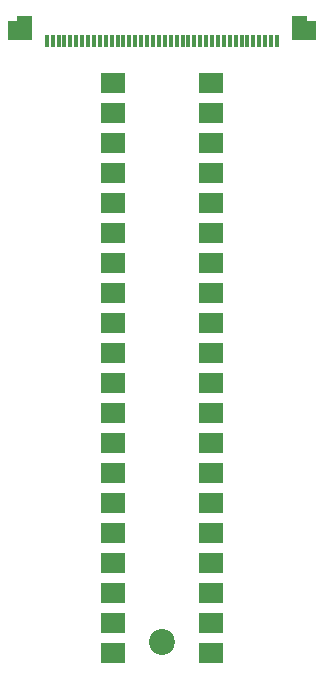
<source format=gts>
G04 #@! TF.GenerationSoftware,KiCad,Pcbnew,9.0.6*
G04 #@! TF.CreationDate,2026-01-01T12:21:56-06:00*
G04 #@! TF.ProjectId,FFC-40,4646432d-3430-42e6-9b69-6361645f7063,rev?*
G04 #@! TF.SameCoordinates,Original*
G04 #@! TF.FileFunction,Soldermask,Top*
G04 #@! TF.FilePolarity,Negative*
%FSLAX46Y46*%
G04 Gerber Fmt 4.6, Leading zero omitted, Abs format (unit mm)*
G04 Created by KiCad (PCBNEW 9.0.6) date 2026-01-01 12:21:56*
%MOMM*%
%LPD*%
G01*
G04 APERTURE LIST*
G04 Aperture macros list*
%AMRoundRect*
0 Rectangle with rounded corners*
0 $1 Rounding radius*
0 $2 $3 $4 $5 $6 $7 $8 $9 X,Y pos of 4 corners*
0 Add a 4 corners polygon primitive as box body*
4,1,4,$2,$3,$4,$5,$6,$7,$8,$9,$2,$3,0*
0 Add four circle primitives for the rounded corners*
1,1,$1+$1,$2,$3*
1,1,$1+$1,$4,$5*
1,1,$1+$1,$6,$7*
1,1,$1+$1,$8,$9*
0 Add four rect primitives between the rounded corners*
20,1,$1+$1,$2,$3,$4,$5,0*
20,1,$1+$1,$4,$5,$6,$7,0*
20,1,$1+$1,$6,$7,$8,$9,0*
20,1,$1+$1,$8,$9,$2,$3,0*%
%AMFreePoly0*
4,1,7,1.050000,-0.975000,-0.250000,-0.975000,-0.250000,-0.625000,-1.050000,-0.625000,-1.050000,0.975000,1.050000,0.975000,1.050000,-0.975000,1.050000,-0.975000,$1*%
%AMFreePoly1*
4,1,7,1.050000,-0.625000,0.250000,-0.625000,0.250000,-0.975000,-1.050000,-0.975000,-1.050000,0.975000,1.050000,0.975000,1.050000,-0.625000,1.050000,-0.625000,$1*%
G04 Aperture macros list end*
%ADD10R,0.650000X1.800000*%
%ADD11R,1.350000X1.800000*%
%ADD12C,2.200000*%
%ADD13RoundRect,0.075000X0.075000X0.475000X-0.075000X0.475000X-0.075000X-0.475000X0.075000X-0.475000X0*%
%ADD14FreePoly0,180.000000*%
%ADD15FreePoly1,180.000000*%
G04 APERTURE END LIST*
D10*
X117872000Y-145542000D03*
X117872000Y-143002000D03*
X117872000Y-140462000D03*
X117872000Y-137922001D03*
X117872000Y-135381999D03*
X117872000Y-132842000D03*
X117872000Y-130302000D03*
X117872000Y-127762000D03*
X117872000Y-125221999D03*
X117872000Y-122682000D03*
X117872000Y-120142000D03*
X117872000Y-117602000D03*
X117872000Y-115062001D03*
X117872000Y-112522000D03*
X117872000Y-109982000D03*
X117872000Y-107442000D03*
X117872000Y-104902000D03*
X117872000Y-102361999D03*
X117872000Y-99822000D03*
X117872000Y-97282000D03*
X117872000Y-145542000D03*
X117872000Y-143002000D03*
X117872000Y-140462000D03*
X117872000Y-137922001D03*
X117872000Y-135381999D03*
X117872000Y-132842000D03*
X117872000Y-130302000D03*
X117872000Y-127762000D03*
X117872000Y-125221999D03*
X117872000Y-122682000D03*
X117872000Y-120142000D03*
X117872000Y-117602000D03*
X117872000Y-115062001D03*
X117872000Y-112522000D03*
X117872000Y-109982000D03*
X117872000Y-107442000D03*
X117872000Y-104902000D03*
X117872000Y-102361999D03*
X117872000Y-99822000D03*
X117872000Y-97282000D03*
D11*
X118872000Y-97282000D03*
X118872000Y-99822000D03*
X118872000Y-102361999D03*
X118872000Y-104902000D03*
X118872000Y-107442000D03*
X118872000Y-109982000D03*
X118872000Y-112522000D03*
X118872000Y-115062001D03*
X118872000Y-117602000D03*
X118872000Y-120142000D03*
X118872000Y-122682000D03*
X118872000Y-125221999D03*
X118872000Y-127762000D03*
X118872000Y-130302000D03*
X118872000Y-132842000D03*
X118872000Y-135381999D03*
X118872000Y-137922001D03*
X118872000Y-140462000D03*
X118872000Y-143002000D03*
X118872000Y-145542000D03*
D10*
X127492343Y-145532840D03*
D11*
X126492343Y-97272840D03*
D10*
X127492343Y-97272840D03*
X127492343Y-97272840D03*
D11*
X126492343Y-99812840D03*
D10*
X127492343Y-99812840D03*
X127492343Y-99812840D03*
D11*
X126492343Y-102352840D03*
D10*
X127492343Y-102352840D03*
X127492343Y-102352840D03*
D11*
X126492343Y-104892839D03*
D10*
X127492343Y-104892839D03*
X127492343Y-104892839D03*
D11*
X126492343Y-107432841D03*
D10*
X127492343Y-107432841D03*
X127492343Y-107432841D03*
D11*
X126492343Y-109972840D03*
D10*
X127492343Y-109972840D03*
X127492343Y-109972840D03*
D11*
X126492343Y-112512840D03*
D10*
X127492343Y-112512840D03*
X127492343Y-112512840D03*
D11*
X126492343Y-115052840D03*
D10*
X127492343Y-115052840D03*
X127492343Y-115052840D03*
D11*
X126492343Y-117592841D03*
D10*
X127492343Y-117592841D03*
X127492343Y-117592841D03*
D11*
X126492343Y-120132840D03*
D10*
X127492343Y-120132840D03*
X127492343Y-120132840D03*
D11*
X126492343Y-122672840D03*
D10*
X127492343Y-122672840D03*
X127492343Y-122672840D03*
D11*
X126492343Y-125212840D03*
D10*
X127492343Y-125212840D03*
X127492343Y-125212840D03*
D11*
X126492343Y-127752839D03*
D10*
X127492343Y-127752839D03*
X127492343Y-127752839D03*
D11*
X126492343Y-130292840D03*
D10*
X127492343Y-130292840D03*
X127492343Y-130292840D03*
D11*
X126492343Y-132832840D03*
D10*
X127492343Y-132832840D03*
X127492343Y-132832840D03*
D11*
X126492343Y-135372840D03*
D10*
X127492343Y-135372840D03*
X127492343Y-135372840D03*
D11*
X126492343Y-137912840D03*
D10*
X127492343Y-137912840D03*
X127492343Y-137912840D03*
D11*
X126492343Y-140452841D03*
D10*
X127492343Y-140452841D03*
X127492343Y-140452841D03*
D11*
X126492343Y-142992840D03*
D10*
X127492343Y-142992840D03*
X127492343Y-142992840D03*
X127492343Y-145532840D03*
D11*
X126492343Y-145532840D03*
D12*
X122682172Y-144600000D03*
D13*
X132432000Y-93700000D03*
X131932000Y-93700000D03*
X131432000Y-93700000D03*
X130932000Y-93700000D03*
X130432000Y-93700000D03*
X129932000Y-93700000D03*
X129432000Y-93700000D03*
X128932000Y-93700000D03*
X128432000Y-93700000D03*
X127932000Y-93700000D03*
X127432000Y-93700000D03*
X126932000Y-93700000D03*
X126432000Y-93700000D03*
X125932000Y-93700000D03*
X125432000Y-93700000D03*
X124932000Y-93700000D03*
X124432000Y-93700000D03*
X123932000Y-93700000D03*
X123432000Y-93700000D03*
X122932000Y-93700000D03*
X122432000Y-93700000D03*
X121932000Y-93700000D03*
X121432000Y-93700000D03*
X120932000Y-93700000D03*
X120432000Y-93700000D03*
X119932000Y-93700000D03*
X119432000Y-93700000D03*
X118932000Y-93700000D03*
X118432000Y-93700000D03*
X117932000Y-93700000D03*
X117432000Y-93700000D03*
X116932000Y-93700000D03*
X116432000Y-93700000D03*
X115932000Y-93700000D03*
X115432000Y-93700000D03*
X114932000Y-93700000D03*
X114432000Y-93700000D03*
X113932000Y-93700000D03*
X113432000Y-93700000D03*
X112932000Y-93700000D03*
D14*
X134682000Y-92575000D03*
D15*
X110682000Y-92575000D03*
M02*

</source>
